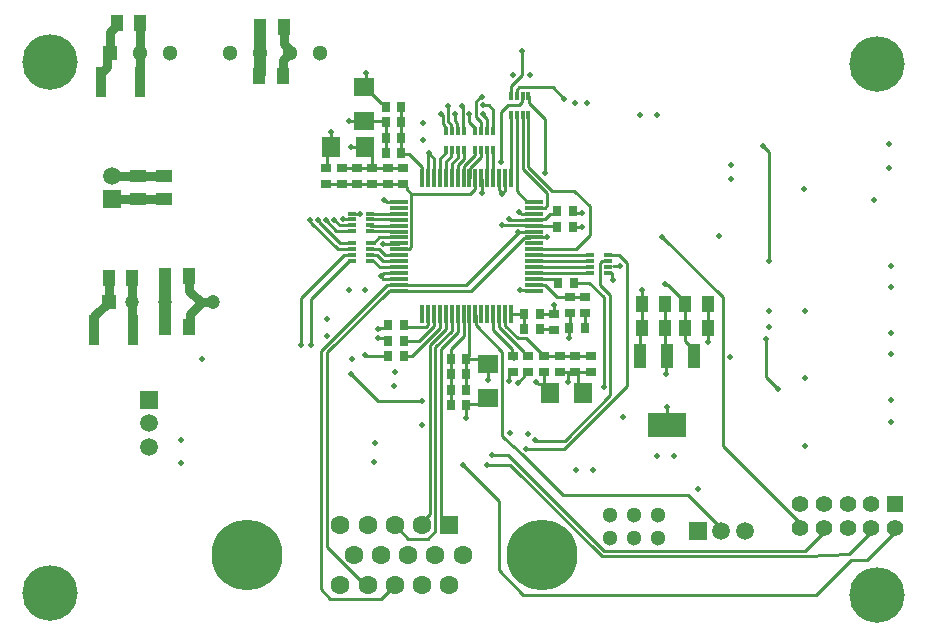
<source format=gbl>
G04*
G04 #@! TF.GenerationSoftware,Altium Limited,Altium Designer,23.11.1 (41)*
G04*
G04 Layer_Physical_Order=4*
G04 Layer_Color=16711680*
%FSLAX43Y43*%
%MOMM*%
G71*
G04*
G04 #@! TF.SameCoordinates,7BC64366-9C4D-408C-9FF9-50DFB5F98349*
G04*
G04*
G04 #@! TF.FilePolarity,Positive*
G04*
G01*
G75*
%ADD11C,0.250*%
%ADD30C,1.400*%
%ADD32C,1.600*%
%ADD34R,1.600X1.600*%
%ADD35C,1.500*%
%ADD36R,1.500X1.500*%
%ADD39C,1.300*%
%ADD44R,0.800X0.900*%
%ADD45R,0.900X0.800*%
%ADD52C,0.800*%
%ADD53C,6.000*%
%ADD54R,1.300X1.300*%
%ADD55R,1.500X1.500*%
%ADD56R,1.400X1.400*%
%ADD57C,4.700*%
%ADD58R,1.200X1.200*%
%ADD59C,1.200*%
%ADD60C,0.500*%
%ADD61R,0.900X2.500*%
%ADD62R,1.600X1.800*%
%ADD63R,0.300X0.800*%
%ADD64R,0.800X0.300*%
%ADD65R,0.300X1.500*%
%ADD66R,1.500X0.300*%
%ADD67R,1.000X1.400*%
%ADD68R,1.100X2.000*%
%ADD69R,3.300X2.000*%
%ADD70R,1.800X1.600*%
%ADD71R,1.400X1.000*%
%ADD72C,1.000*%
D11*
X41525Y35255D02*
Y38775D01*
X41270Y35000D02*
X41525Y35255D01*
X41275Y35000D02*
X42632D01*
X41275Y33700D02*
Y35000D01*
X42632D02*
X43075Y34557D01*
X62970Y20530D02*
X63200Y20300D01*
X61073Y22427D02*
X62970Y20530D01*
X60027Y23473D02*
X61073Y22427D01*
X49414Y23473D02*
X60027D01*
X46062Y26825D02*
X49414Y23473D01*
X44000Y17100D02*
Y23000D01*
Y17100D02*
X46060Y15040D01*
X70876D01*
X41000Y26000D02*
X44000Y23000D01*
X75183Y17983D02*
X77900Y20700D01*
X70876Y15040D02*
X73820Y17983D01*
X75183D01*
X70119Y18283D02*
X73633Y18433D01*
X75900Y20700D01*
X41000Y26000D02*
Y26000D01*
X44761Y26875D02*
X52904Y18733D01*
X43000Y26000D02*
X45000D01*
X52717Y18283D01*
X43435Y26875D02*
X44761D01*
X52717Y18283D02*
X70119D01*
X52904Y18733D02*
X69933D01*
X71900Y20700D01*
X44325Y28435D02*
X44471Y28289D01*
X44325Y28539D02*
X44325Y28435D01*
X44471Y28289D02*
X46062Y26825D01*
X44325Y28539D02*
Y35575D01*
X46303Y27397D02*
X49572D01*
X46300Y27400D02*
X46303Y27397D01*
X58325Y41252D02*
X59377Y40200D01*
X58148Y41252D02*
X58325D01*
X58100Y41300D02*
X58148Y41252D01*
X59377Y40200D02*
X59377D01*
X59752Y39825D01*
Y37600D02*
Y39825D01*
X46175Y35495D02*
Y35554D01*
X45984Y35745D02*
Y35753D01*
X45794Y35943D02*
X45984Y35753D01*
X45786Y35943D02*
X45794D01*
X46450Y35220D02*
X46500D01*
X45984Y35745D02*
X46175Y35554D01*
Y35495D02*
X46450Y35220D01*
X44050Y37679D02*
X45786Y35943D01*
X50687Y32595D02*
X51182Y32100D01*
X50687Y32595D02*
Y33718D01*
X50500Y33905D02*
X50687Y33718D01*
X49850Y33905D02*
X50500D01*
X46175Y33625D02*
X46230Y33680D01*
X46175Y33555D02*
Y33625D01*
X45600Y32980D02*
X46175Y33555D01*
X46230Y33680D02*
X46575D01*
X41270Y31150D02*
X42538D01*
X43075Y31687D01*
X41270Y29995D02*
Y31150D01*
X29523Y46544D02*
Y46582D01*
X29399Y46706D02*
X29523Y46582D01*
X29399Y46706D02*
Y46774D01*
X30269Y45799D02*
X31549D01*
X29523Y46544D02*
X30269Y45799D01*
X28135Y46530D02*
X30366Y44300D01*
X31550D01*
X28778Y46555D02*
X30533Y44800D01*
X31550D01*
X30794Y46875D02*
X30861D01*
X30911Y46825D01*
X31525D01*
X31550Y46800D01*
X30098Y46752D02*
X30551Y46300D01*
X30098Y46752D02*
Y46795D01*
X30551Y46300D02*
X31550D01*
X32695Y52925D02*
X33300Y52320D01*
Y51150D02*
Y52320D01*
X32000Y51150D02*
X32713D01*
X30700D02*
X32000D01*
X32717D02*
X33300D01*
X53325Y43775D02*
X54225D01*
X54879Y32704D02*
Y43121D01*
X54225Y43775D02*
X54879Y43121D01*
X53650Y42825D02*
X54304D01*
X42100Y55462D02*
Y56788D01*
X42723Y56452D02*
X43176D01*
X42675Y56500D02*
X42723Y56452D01*
X42100Y56788D02*
X42400Y57088D01*
X40948Y56194D02*
Y56371D01*
X40950Y54989D02*
Y56192D01*
X42675Y55632D02*
X43025Y55282D01*
X41499Y55699D02*
X41525Y55724D01*
X42100Y55462D02*
X42525Y55037D01*
X40900Y56419D02*
X40948Y56371D01*
X43025Y54300D02*
Y55282D01*
X42525Y54300D02*
Y55037D01*
X40948Y56194D02*
X40950Y56192D01*
X41499Y55076D02*
Y55699D01*
X42675Y55632D02*
Y55700D01*
X41000Y54325D02*
Y54939D01*
X40950Y54989D02*
X41000Y54939D01*
X41740Y51350D02*
X42518Y52127D01*
Y52693D02*
X42525Y52700D01*
X41740Y51350D02*
X41740D01*
X42518Y52127D02*
Y52693D01*
X41550Y51160D02*
X41740Y51350D01*
X42000Y52246D02*
Y52675D01*
X41050Y51296D02*
X42000Y52246D01*
Y52675D02*
X42025Y52700D01*
X41050Y50300D02*
Y51296D01*
X34200Y44725D02*
X34225Y44750D01*
X34337Y43775D02*
X35525D01*
X34225Y44750D02*
X35500D01*
X33175Y44275D02*
X33837D01*
X35500Y44750D02*
X35525Y44775D01*
X34200Y43275D02*
X35525D01*
X33900Y45300D02*
X35500D01*
X33425Y44825D02*
X33900Y45300D01*
X33175Y43775D02*
X33700D01*
X33837Y44275D02*
X34337Y43775D01*
X33700D02*
X34200Y43275D01*
X44971Y33680D02*
X45275D01*
X44915Y33623D02*
X44971Y33680D01*
X44915Y33118D02*
Y33623D01*
X42050Y37850D02*
X44325Y35575D01*
X45600Y32975D02*
Y32980D01*
X42000Y54325D02*
Y54575D01*
Y54325D02*
X42025Y54300D01*
X41499Y55076D02*
X42000Y54575D01*
X57850Y45350D02*
X63000Y40200D01*
Y27600D02*
Y40200D01*
X46525Y51211D02*
X48536Y49200D01*
X46525Y51211D02*
Y55650D01*
X29500Y51225D02*
Y52600D01*
X29400Y51125D02*
X29500Y51225D01*
Y52600D02*
X29825Y52925D01*
Y54200D01*
X32800Y58075D02*
Y59200D01*
X32725Y58000D02*
X32800Y58075D01*
X27300Y36200D02*
Y40137D01*
X30938Y43775D01*
X28100Y40100D02*
X31300Y43300D01*
X28100Y36200D02*
Y40100D01*
X35970Y35250D02*
X36632D01*
X39025Y37643D01*
X50550Y33905D02*
X51800D01*
X47100Y28100D02*
X47121Y28079D01*
X49604D01*
X53457Y31932D01*
X49572Y27397D02*
X54879Y32704D01*
X34550Y41250D02*
X35500D01*
X28925Y35625D02*
X34550Y41250D01*
X35500Y40750D02*
X35525Y40775D01*
X34687Y40750D02*
X35500D01*
X29475Y35538D02*
X34687Y40750D01*
X33842Y37525D02*
X33914Y37597D01*
X33775Y37525D02*
X33842D01*
X34397Y37597D02*
X34650Y37850D01*
X33914Y37597D02*
X34397D01*
X35970Y37850D02*
X36120Y37700D01*
X37810D01*
X39950Y35825D02*
X41025Y36900D01*
X39950Y33700D02*
Y35000D01*
X35975Y36550D02*
X37296D01*
X39550Y37531D02*
Y38750D01*
X41025Y36900D02*
Y38775D01*
X39025Y37643D02*
Y38775D01*
X39950Y35000D02*
Y35825D01*
X38500Y37754D02*
Y38750D01*
X38200Y21867D02*
Y36181D01*
X37296Y36550D02*
X38500Y37754D01*
X40525Y37233D02*
Y38775D01*
X38200Y36181D02*
X39550Y37531D01*
X40025Y37370D02*
Y38775D01*
X38000Y37890D02*
Y38750D01*
X39950Y32400D02*
Y33700D01*
Y31100D02*
Y32400D01*
X38000Y38750D02*
X38025Y38775D01*
X38650Y35995D02*
X40025Y37370D01*
X37810Y37700D02*
X38000Y37890D01*
X38650Y20400D02*
Y35995D01*
X39100Y21726D02*
Y35808D01*
X40525Y37233D01*
X50270Y47350D02*
X51050D01*
X32732Y35360D02*
X32818Y35275D01*
X34625D01*
X34455Y36750D02*
X34655Y36550D01*
X33776Y36750D02*
X34455D01*
X31525Y33675D02*
X33800Y31400D01*
X37500D01*
X63000Y27600D02*
X69900Y20700D01*
X31300Y43300D02*
X31550D01*
X47637Y32875D02*
X47925Y32587D01*
X48312Y32200D01*
X47875Y32537D02*
Y33905D01*
X52882Y32575D02*
Y40218D01*
X51675Y41425D02*
X52882Y40218D01*
X50370Y41425D02*
X51675D01*
X52575Y41275D02*
Y42575D01*
X53457Y31932D02*
Y40393D01*
X52575Y41275D02*
X53457Y40393D01*
X46550Y56700D02*
X47925Y55325D01*
Y50725D02*
Y55325D01*
X46525Y57250D02*
X46550Y57225D01*
Y56700D02*
Y57225D01*
X43525Y54300D02*
Y56103D01*
X43176Y56452D02*
X43525Y56103D01*
X42400Y57088D02*
X42416D01*
X42527Y57199D01*
X42595D01*
X39725Y55110D02*
Y56425D01*
X39750Y56450D01*
X46355Y36725D02*
X47550Y35530D01*
X44550Y37815D02*
X45640Y36725D01*
X46355D01*
X43525Y37475D02*
X45153Y35847D01*
Y35122D02*
Y35847D01*
Y35122D02*
X45275Y35000D01*
X44050Y37679D02*
Y38750D01*
X44025Y38775D02*
X44050Y38750D01*
X43525Y37475D02*
Y38775D01*
X44550Y37815D02*
Y38750D01*
X47550Y35500D02*
X47825Y35225D01*
X47875D01*
X49200D01*
X47550Y35500D02*
Y35530D01*
X42050Y37850D02*
Y38750D01*
X47150Y33025D02*
X47218D01*
X47368Y32875D02*
X47637D01*
X47218Y33025D02*
X47368Y32875D01*
X48312Y32100D02*
Y32200D01*
X52575Y42575D02*
X52575Y42575D01*
X52575Y43085D02*
X52765Y43275D01*
X52575Y42575D02*
Y43085D01*
X52902Y43275D02*
X52902Y43275D01*
X52765Y43275D02*
X52902D01*
X61750Y36425D02*
Y37598D01*
X61752Y37600D01*
X31549Y45799D02*
X31550Y45800D01*
X66625Y33475D02*
X67650Y32450D01*
X66625Y33475D02*
Y36675D01*
X60527Y35275D02*
Y35725D01*
X59752Y36500D02*
Y37600D01*
Y36500D02*
X60527Y35725D01*
X61752Y37600D02*
Y39625D01*
X58127Y35375D02*
Y37600D01*
X56100Y39652D02*
X56127Y39625D01*
X58127Y37600D02*
Y39625D01*
X56100Y39652D02*
Y40800D01*
X58127Y35375D02*
X58227Y35275D01*
X56127Y37600D02*
Y39625D01*
X55927Y35275D02*
Y37400D01*
X56127Y37600D01*
X58227Y29375D02*
X58275Y29423D01*
Y30925D01*
X58200Y35248D02*
X58227Y35275D01*
X58200Y33675D02*
Y35248D01*
X30938Y43775D02*
X31525D01*
X31550Y43800D01*
X31550Y47300D02*
X32300D01*
X32665Y35360D02*
X32732D01*
X53550Y42300D02*
X53575Y42275D01*
Y41818D02*
Y42275D01*
X53675Y41650D02*
Y41718D01*
X53575Y41818D02*
X53675Y41718D01*
X36225Y49350D02*
X36600Y48975D01*
X35900Y49830D02*
X35950D01*
X36225Y49555D01*
Y49350D02*
Y49555D01*
X36600Y48975D02*
X41585D01*
X34600Y49805D02*
X35750D01*
X32000D02*
X33300D01*
X30700D02*
X32000D01*
X29400D02*
X30700D01*
X33300D02*
X34600D01*
X41585Y48975D02*
X42000Y49390D01*
X35750Y49805D02*
X35875D01*
X48600Y57975D02*
X49575Y57000D01*
X47910Y46800D02*
X48343Y47234D01*
X48834D01*
X48950Y47350D01*
X47025Y46775D02*
X47050Y46800D01*
X47773D02*
X47773Y46800D01*
X47050Y46800D02*
X47773D01*
X47773Y46800D02*
X47910D01*
X45068Y46775D02*
X47025D01*
X47910Y47800D02*
X48100Y47990D01*
X47050Y47800D02*
X47910D01*
X48100Y47990D02*
Y49000D01*
X46025Y51075D02*
X48100Y49000D01*
X46025Y51075D02*
Y55650D01*
X48536Y49200D02*
X50400D01*
X44307Y46293D02*
X44313Y46300D01*
X45407D01*
X49200Y33905D02*
X49850D01*
Y33050D02*
Y33905D01*
X44500Y49243D02*
Y50250D01*
X44300Y49043D02*
X44500Y49243D01*
Y50250D02*
X44525Y50275D01*
X44300Y48975D02*
Y49043D01*
X44050Y49293D02*
Y50250D01*
Y49293D02*
X44300Y49043D01*
X41217Y41275D02*
X45695Y45753D01*
X35525Y41275D02*
X41217D01*
X45695Y45753D02*
X47003D01*
X46063Y46300D02*
X47000D01*
X46057Y46306D02*
X46063Y46300D01*
X45810Y47401D02*
X45935Y47275D01*
X47025D01*
X45412Y46306D02*
X46057D01*
X44968Y46875D02*
X45068Y46775D01*
X44900Y46875D02*
X44968D01*
X45742Y47401D02*
X45810D01*
X45407Y46300D02*
X45412Y46306D01*
X47003Y45753D02*
X47025Y45775D01*
X47000Y46300D02*
X47025Y46275D01*
X48875D01*
X50270Y46200D02*
X51025D01*
X51050Y46175D01*
X53300Y42300D02*
X53550D01*
X32595Y55100D02*
X32625Y55130D01*
X31350Y55100D02*
X32595D01*
X32625Y58000D02*
X32725D01*
X34430Y56350D02*
Y56400D01*
X32725Y58000D02*
X34050Y56675D01*
X34155D01*
X34430Y56400D01*
X43075Y33225D02*
X43125Y33175D01*
X43075Y33225D02*
Y34557D01*
X34625Y35275D02*
X34650Y35250D01*
X34225Y41775D02*
X35525D01*
X34007Y41993D02*
X34225Y41775D01*
X34007Y42026D02*
X34255Y42275D01*
X34007Y41993D02*
Y42026D01*
X34255Y42275D02*
X35525D01*
X45975Y59037D02*
Y61100D01*
X45030Y58091D02*
X45975Y59037D01*
X45030Y57255D02*
Y58091D01*
X41250Y29975D02*
X41270Y29995D01*
X29475Y19049D02*
Y35538D01*
Y19049D02*
X32699Y15825D01*
X32900D01*
X29700Y14700D02*
X34075D01*
X28925Y15475D02*
X29700Y14700D01*
X28925Y15475D02*
Y35625D01*
X35500Y41250D02*
X35525Y41275D01*
X34075Y14700D02*
X35200Y15825D01*
X40325Y55812D02*
X40346Y55791D01*
X39150Y55732D02*
X39275Y55607D01*
X39150Y55732D02*
Y55800D01*
X39725Y55110D02*
X40000Y54835D01*
X39275Y54923D02*
Y55607D01*
X40346Y55125D02*
Y55791D01*
X39500Y54325D02*
Y54698D01*
X39275Y54923D02*
X39500Y54698D01*
Y54325D02*
X39525Y54300D01*
X40500Y54325D02*
Y54971D01*
X40346Y55125D02*
X40500Y54971D01*
X51700Y45450D02*
Y47900D01*
X50400Y49200D02*
X51700Y47900D01*
X50550Y44300D02*
X51700Y45450D01*
X34537Y48275D02*
X35525D01*
X34275Y48475D02*
X34337D01*
X34537Y48275D01*
X35500Y45800D02*
X35525Y45775D01*
X35500Y45300D02*
X35525Y45275D01*
X33425Y45800D02*
X33425Y45800D01*
X33150Y45800D02*
X33425D01*
X33425Y45800D02*
X35500D01*
X33175Y44825D02*
X33425D01*
X33150Y44800D02*
X33175Y44825D01*
X36600Y44490D02*
Y48975D01*
X36410Y44300D02*
X36600Y44490D01*
X35525Y44275D02*
X35550Y44300D01*
X36410D01*
X41000Y54325D02*
X41025Y54300D01*
X40000Y54325D02*
Y54835D01*
Y54325D02*
X40025Y54300D01*
X40500Y54325D02*
X40525Y54300D01*
X40025Y51544D02*
X40525Y52044D01*
X40025Y50275D02*
Y51544D01*
X39550Y50300D02*
Y51705D01*
X40000Y52155D01*
X39025Y50275D02*
Y51950D01*
X39500Y52425D01*
X43525Y50275D02*
Y52700D01*
X43025Y50275D02*
Y52700D01*
X43025Y50275D02*
X43025Y50275D01*
X41550Y50300D02*
Y51160D01*
X40550Y51432D02*
X41025Y51907D01*
X40000Y52675D02*
X40025Y52700D01*
X40550Y51023D02*
Y51432D01*
X41525Y50275D02*
X41550Y50300D01*
X41025Y51907D02*
Y52700D01*
X40525Y52044D02*
Y52700D01*
X40000Y52155D02*
Y52675D01*
X41025Y50275D02*
X41050Y50300D01*
X39500Y52425D02*
Y52675D01*
X39525Y52700D01*
X40550Y51023D02*
X40550Y51023D01*
X40525Y50275D02*
X40550Y50300D01*
Y51023D01*
X39525Y50275D02*
X39550Y50300D01*
X39025Y50275D02*
X39025Y50275D01*
X36400Y52375D02*
X37525Y51250D01*
X35750Y52375D02*
X36400D01*
X37525Y50275D02*
Y51250D01*
X33925Y42775D02*
X35525D01*
X33150Y43300D02*
X33400D01*
X33925Y42775D01*
X33150Y43800D02*
X33175Y43775D01*
X33150Y44300D02*
X33175Y44275D01*
X33150Y46300D02*
X33162Y46287D01*
X35513D02*
X35525Y46275D01*
X33162Y46287D02*
X35513D01*
X34925Y46775D02*
X35525D01*
X33150Y46800D02*
X34900D01*
X34925Y46775D01*
X33162Y47287D02*
X35513D01*
X33150Y47300D02*
X33162Y47287D01*
X35513D02*
X35525Y47275D01*
X50500Y35225D02*
X51800D01*
X49200D02*
X50500D01*
X49975Y36800D02*
X49991Y36816D01*
X50050Y40200D02*
X50055Y40195D01*
X50050Y37684D02*
Y38880D01*
X51350Y37664D02*
Y38875D01*
X50055Y40195D02*
X51350D01*
X49991Y36816D02*
Y37624D01*
X48705Y37500D02*
X48725Y37480D01*
X48700Y38825D02*
Y39575D01*
X48725Y38800D02*
X48725Y38800D01*
X47025Y41275D02*
X47050Y41250D01*
X47915D01*
X45775Y40800D02*
X47000D01*
X47025Y40775D01*
Y42275D02*
X47037Y42287D01*
X49050Y41425D02*
Y41475D01*
X48750Y41775D02*
X49050Y41475D01*
X47915Y41250D02*
X48965Y40200D01*
X50050D01*
X47037Y42287D02*
X51688D01*
X51700Y42300D01*
X47025Y41775D02*
X48750D01*
X47490Y38800D02*
X48725D01*
X46170Y37505D02*
Y38800D01*
Y37505D02*
X46175Y37500D01*
X47495D02*
X48705D01*
X48700Y38825D02*
X48725Y38800D01*
X51311Y37624D02*
X51350Y37664D01*
X49991Y37624D02*
X50050Y37684D01*
X47025Y47775D02*
X47050Y47800D01*
X46425Y48275D02*
X47025D01*
X48875Y46275D02*
X48950Y46200D01*
X46675Y45275D02*
X48100D01*
X41665Y40775D02*
X46140Y45250D01*
X47025Y44275D02*
X47050Y44300D01*
X46600Y45250D02*
X46650Y45300D01*
X35525Y40775D02*
X41665D01*
X46140Y45250D02*
X46600D01*
X46650Y45300D02*
X46675Y45275D01*
X47025Y42775D02*
X47037Y42787D01*
X47025Y43775D02*
X47037Y43787D01*
X51450Y43300D02*
X51700D01*
X51688Y42787D02*
X51700Y42800D01*
X51688Y43787D02*
X51700Y43800D01*
X51425Y43275D02*
X51450Y43300D01*
X47037Y43787D02*
X51688D01*
X47025Y43275D02*
X51425D01*
X53050Y43275D02*
X53100Y43325D01*
X47037Y42787D02*
X51688D01*
X53300Y43800D02*
X53325Y43775D01*
X45525Y49175D02*
X46425Y48275D01*
X44232Y51636D02*
Y55867D01*
X42550Y49050D02*
Y50250D01*
X42525Y50275D02*
X42550Y50250D01*
Y49050D02*
X42575Y49025D01*
X52902Y43275D02*
X53050D01*
X45025Y50275D02*
Y55650D01*
X45525Y49175D02*
Y55650D01*
X32713Y51150D02*
X32717Y51146D01*
X42000Y50250D02*
X42025Y50275D01*
X42000Y49390D02*
Y50250D01*
X32625Y55130D02*
X34330D01*
X34435Y53725D02*
Y55025D01*
X34330Y55130D02*
X34435Y55025D01*
Y52430D02*
Y53725D01*
X31500Y52900D02*
X32670D01*
X32695Y52925D01*
X34600Y51150D02*
X35900D01*
X34430Y52425D02*
X34435Y52430D01*
X33300Y51150D02*
X34600D01*
X35750Y52375D02*
Y53725D01*
Y55025D02*
Y56350D01*
Y53725D02*
Y55025D01*
X38050Y52375D02*
X38075Y52400D01*
X38050Y50300D02*
Y52375D01*
X38525Y50275D02*
Y51950D01*
X38075Y52400D02*
X38525Y51950D01*
X35875Y49805D02*
X35900Y49830D01*
X38025Y50275D02*
X38050Y50300D01*
X66400Y53000D02*
X66850Y52550D01*
X41275Y32400D02*
Y33700D01*
X66850Y43275D02*
Y52550D01*
X39525Y38775D02*
X39550Y38750D01*
X38500D02*
X38525Y38775D01*
X39950Y35000D02*
X39950Y35000D01*
X47050Y44300D02*
X50550D01*
X42025Y38775D02*
X42050Y38750D01*
X46145Y38775D02*
X46170Y38800D01*
X45025Y38775D02*
X46145D01*
X44525D02*
X44550Y38750D01*
X36325Y19780D02*
X38030D01*
X35200Y20905D02*
X36325Y19780D01*
X38030D02*
X38650Y20400D01*
X37500Y20905D02*
Y21167D01*
X38200Y21867D01*
X39100Y21726D02*
X39125Y21701D01*
Y21580D02*
Y21701D01*
Y21580D02*
X39800Y20905D01*
X45740Y57975D02*
X48600D01*
X45025Y57250D02*
X45030Y57255D01*
X45550Y57785D02*
X45740Y57975D01*
X45550Y57275D02*
Y57785D01*
X45525Y57250D02*
X45550Y57275D01*
X44232Y55867D02*
X44815Y56450D01*
X45735D01*
X46000Y56715D01*
Y57225D01*
X46025Y57250D01*
D30*
X77545Y20677D02*
D03*
X75545D02*
D03*
X73545D02*
D03*
X75545Y22677D02*
D03*
X73545D02*
D03*
X71545D02*
D03*
X69545D02*
D03*
X71545Y20677D02*
D03*
X69545D02*
D03*
D32*
X37500Y20905D02*
D03*
X35200D02*
D03*
X32900D02*
D03*
X30600D02*
D03*
X40950Y18365D02*
D03*
X38650D02*
D03*
X36350D02*
D03*
X34050D02*
D03*
X31750D02*
D03*
X39800Y15825D02*
D03*
X37500D02*
D03*
X30600D02*
D03*
X35200D02*
D03*
X32900D02*
D03*
D34*
X39800Y20905D02*
D03*
D35*
X14375Y27550D02*
D03*
Y29550D02*
D03*
X64846Y20405D02*
D03*
X62846D02*
D03*
X11285Y50495D02*
D03*
D36*
X60846Y20405D02*
D03*
D39*
X26305Y60909D02*
D03*
X28845D02*
D03*
X23765D02*
D03*
X21225D02*
D03*
X16145D02*
D03*
X13605D02*
D03*
X55465Y21789D02*
D03*
X53465D02*
D03*
X57465D02*
D03*
Y19789D02*
D03*
X53465D02*
D03*
X55465D02*
D03*
D44*
X50273Y47505D02*
D03*
X48953D02*
D03*
X50270Y46200D02*
D03*
X48950D02*
D03*
X50370Y41425D02*
D03*
X49050D02*
D03*
X51311Y37624D02*
D03*
X49991D02*
D03*
X46175Y37500D02*
D03*
X47495D02*
D03*
X35970Y35250D02*
D03*
X34650D02*
D03*
X34655Y36550D02*
D03*
X35975D02*
D03*
X41270Y35000D02*
D03*
X39950D02*
D03*
X34435Y55025D02*
D03*
X35755D02*
D03*
X47490Y38800D02*
D03*
X46170D02*
D03*
X41275Y33700D02*
D03*
X39955D02*
D03*
X34435Y53725D02*
D03*
X35755D02*
D03*
X41275Y32400D02*
D03*
X39955D02*
D03*
X34430Y52425D02*
D03*
X35750D02*
D03*
X39950Y31100D02*
D03*
X41270D02*
D03*
X35750Y56350D02*
D03*
X34430D02*
D03*
X34650Y37850D02*
D03*
X35970D02*
D03*
D45*
X35900Y49830D02*
D03*
Y51150D02*
D03*
X34600Y49830D02*
D03*
Y51150D02*
D03*
X50050Y40200D02*
D03*
Y38880D02*
D03*
X51350Y40195D02*
D03*
Y38875D02*
D03*
X46500Y33900D02*
D03*
Y35220D02*
D03*
X45209Y35218D02*
D03*
Y33898D02*
D03*
X32000Y51145D02*
D03*
Y49825D02*
D03*
X48725Y38800D02*
D03*
Y37480D02*
D03*
X33300Y51150D02*
D03*
Y49830D02*
D03*
X50500Y33905D02*
D03*
Y35225D02*
D03*
X49200Y33905D02*
D03*
Y35225D02*
D03*
X30700Y51150D02*
D03*
Y49830D02*
D03*
X51800Y33905D02*
D03*
Y35225D02*
D03*
X47875D02*
D03*
Y33905D02*
D03*
X29400Y49805D02*
D03*
Y51125D02*
D03*
D52*
X11061Y62656D02*
X11529Y63125D01*
X11570D01*
X11061Y61003D02*
Y62656D01*
X11570Y63125D02*
X11670Y63225D01*
Y63425D01*
X26301Y60868D02*
Y61139D01*
X17775Y42032D02*
X17820Y41987D01*
Y40780D02*
X18768Y39832D01*
X19775D01*
X17820Y40780D02*
Y41987D01*
X17875Y38775D02*
X18881Y39781D01*
X17875Y37832D02*
Y38775D01*
X17775Y37732D02*
X17875Y37832D01*
X25821Y61618D02*
Y63103D01*
Y61618D02*
X26301Y61139D01*
X25721Y58903D02*
Y60288D01*
X26301Y60868D01*
X13601Y58445D02*
Y61003D01*
Y63355D01*
X11285Y48495D02*
X15685D01*
X10975Y39832D02*
Y41832D01*
X9775Y38632D02*
X10975Y39832D01*
X9725Y37432D02*
X9775Y37482D01*
Y38632D01*
X13485Y50495D02*
X15685D01*
X11285D02*
X13485D01*
X11285Y50495D02*
X11285Y50495D01*
X10811Y59715D02*
Y60753D01*
X10320Y58425D02*
Y59225D01*
X10811Y60753D02*
X11061Y61003D01*
X10320Y59225D02*
X10811Y59715D01*
X12975Y39832D02*
Y41532D01*
Y37782D02*
Y39832D01*
D53*
X47700Y18365D02*
D03*
X22700D02*
D03*
D54*
X11065Y60909D02*
D03*
D55*
X14375Y31550D02*
D03*
X11285Y48495D02*
D03*
D56*
X77545Y22677D02*
D03*
D57*
X6000Y60164D02*
D03*
X76000Y60000D02*
D03*
X6000Y15164D02*
D03*
X76000Y15000D02*
D03*
D58*
X10975Y39832D02*
D03*
D59*
X12975D02*
D03*
X15775D02*
D03*
X19775D02*
D03*
D60*
X43000Y26000D02*
D03*
X43435Y26875D02*
D03*
X41000Y26000D02*
D03*
X46300Y27400D02*
D03*
X29399Y46774D02*
D03*
X28699Y46780D02*
D03*
X30794Y46875D02*
D03*
X28000Y46738D02*
D03*
X30098Y46795D02*
D03*
X58100Y41300D02*
D03*
X54304Y42825D02*
D03*
X42675Y56500D02*
D03*
Y55700D02*
D03*
X41525Y55724D02*
D03*
X34200Y44725D02*
D03*
X60900Y24000D02*
D03*
X44915Y33118D02*
D03*
X45600Y32975D02*
D03*
X51500Y56700D02*
D03*
X32800Y59200D02*
D03*
X17100Y26200D02*
D03*
Y28100D02*
D03*
X46475Y28675D02*
D03*
X47100Y28100D02*
D03*
X33776Y36750D02*
D03*
X31600Y35000D02*
D03*
X33775Y37525D02*
D03*
X29500Y38400D02*
D03*
X28100Y36200D02*
D03*
X27300D02*
D03*
X33500Y27900D02*
D03*
X37500Y29400D02*
D03*
Y31400D02*
D03*
X33438Y26275D02*
D03*
X50575Y25550D02*
D03*
X52000Y25575D02*
D03*
X69950Y27650D02*
D03*
X29444Y36956D02*
D03*
X31300Y40800D02*
D03*
X32700D02*
D03*
X42595Y57199D02*
D03*
X39750Y56419D02*
D03*
X47150Y33025D02*
D03*
X63575Y35125D02*
D03*
X61750Y36425D02*
D03*
X66625Y36675D02*
D03*
X34007Y41993D02*
D03*
X35175Y32700D02*
D03*
X35200Y33925D02*
D03*
X31525Y33675D02*
D03*
X58875Y26775D02*
D03*
X57450Y26800D02*
D03*
X56100Y40800D02*
D03*
X58200Y33675D02*
D03*
X58275Y30925D02*
D03*
X32300Y47300D02*
D03*
X75800Y48475D02*
D03*
X32665Y35360D02*
D03*
X54500Y30100D02*
D03*
X52882Y32575D02*
D03*
X53675Y41650D02*
D03*
X45000Y28700D02*
D03*
X49575Y57000D02*
D03*
X44307Y46293D02*
D03*
X47925Y50725D02*
D03*
X49850Y33050D02*
D03*
X44300Y48975D02*
D03*
X18875Y35000D02*
D03*
X45673Y45731D02*
D03*
X45742Y47401D02*
D03*
X44900Y46875D02*
D03*
X51050Y47350D02*
D03*
X62660Y45425D02*
D03*
X77200Y29675D02*
D03*
Y35400D02*
D03*
X51050Y46175D02*
D03*
X31350Y55100D02*
D03*
X63715Y50187D02*
D03*
X57850Y45350D02*
D03*
X43125Y33175D02*
D03*
X77075Y51175D02*
D03*
Y53225D02*
D03*
X77225Y41100D02*
D03*
X77200Y31500D02*
D03*
Y37225D02*
D03*
X77225Y42900D02*
D03*
X50500Y56625D02*
D03*
X45975Y61100D02*
D03*
X46625Y59050D02*
D03*
X41250Y29975D02*
D03*
X40900Y56419D02*
D03*
X40325Y55724D02*
D03*
X39150D02*
D03*
X34275Y48475D02*
D03*
X45175Y59050D02*
D03*
X37575Y54925D02*
D03*
Y53550D02*
D03*
X45775Y40800D02*
D03*
X31500Y52900D02*
D03*
X48100Y45275D02*
D03*
X63700Y51375D02*
D03*
X42575Y49025D02*
D03*
X29825Y54200D02*
D03*
X55995Y55650D02*
D03*
X57445Y55625D02*
D03*
X69825Y49350D02*
D03*
X66850Y43275D02*
D03*
X69950Y39050D02*
D03*
X66875Y37700D02*
D03*
Y39017D02*
D03*
X69950Y33350D02*
D03*
X67650Y32450D02*
D03*
X44232Y51636D02*
D03*
X38075Y52400D02*
D03*
X48700Y39575D02*
D03*
X49975Y36800D02*
D03*
X66400Y53000D02*
D03*
D61*
X13025Y37432D02*
D03*
X9725D02*
D03*
X13620Y58425D02*
D03*
X10320D02*
D03*
D62*
X29825Y52925D02*
D03*
X32695D02*
D03*
X48312Y32100D02*
D03*
X51182D02*
D03*
D63*
X41025Y52700D02*
D03*
X40525D02*
D03*
X40025D02*
D03*
X39525D02*
D03*
X41025Y54300D02*
D03*
X40525D02*
D03*
X40025D02*
D03*
X39525D02*
D03*
X42025D02*
D03*
X42525D02*
D03*
X43025D02*
D03*
X43525D02*
D03*
X42025Y52700D02*
D03*
X42525D02*
D03*
X43025D02*
D03*
X43525D02*
D03*
X45025Y57250D02*
D03*
X45525D02*
D03*
X46025D02*
D03*
X46525D02*
D03*
X45025Y55650D02*
D03*
X45525D02*
D03*
X46025D02*
D03*
X46525D02*
D03*
D64*
X51700Y42300D02*
D03*
Y42800D02*
D03*
Y43300D02*
D03*
Y43800D02*
D03*
X53300Y42300D02*
D03*
Y42800D02*
D03*
Y43300D02*
D03*
Y43800D02*
D03*
X31550Y43300D02*
D03*
Y43800D02*
D03*
Y44300D02*
D03*
Y44800D02*
D03*
X33150Y43300D02*
D03*
Y43800D02*
D03*
Y44300D02*
D03*
Y44800D02*
D03*
X31550Y45800D02*
D03*
Y46300D02*
D03*
Y46800D02*
D03*
Y47300D02*
D03*
X33150Y45800D02*
D03*
Y46300D02*
D03*
Y46800D02*
D03*
Y47300D02*
D03*
D65*
X45025Y50275D02*
D03*
X44525D02*
D03*
X44025D02*
D03*
X43525D02*
D03*
X43025D02*
D03*
X42525D02*
D03*
X42025D02*
D03*
X40525D02*
D03*
X41525D02*
D03*
X41025D02*
D03*
X39525D02*
D03*
X39025D02*
D03*
X38525D02*
D03*
X38025D02*
D03*
X37525D02*
D03*
X45025Y38775D02*
D03*
X44525D02*
D03*
X44025D02*
D03*
X43525D02*
D03*
X43025D02*
D03*
X42525D02*
D03*
X42025D02*
D03*
X40525D02*
D03*
X41525D02*
D03*
X41025D02*
D03*
X39525D02*
D03*
X39025D02*
D03*
X38525D02*
D03*
X38025D02*
D03*
X37525D02*
D03*
X40025Y50275D02*
D03*
Y38775D02*
D03*
D66*
X35525Y48275D02*
D03*
Y47775D02*
D03*
Y47275D02*
D03*
Y46775D02*
D03*
Y46275D02*
D03*
Y45775D02*
D03*
Y43775D02*
D03*
Y43275D02*
D03*
Y42775D02*
D03*
Y42275D02*
D03*
Y41775D02*
D03*
Y41275D02*
D03*
Y40775D02*
D03*
Y44775D02*
D03*
Y44275D02*
D03*
X47025Y48275D02*
D03*
Y47775D02*
D03*
Y47275D02*
D03*
Y46775D02*
D03*
Y46275D02*
D03*
Y45775D02*
D03*
Y43775D02*
D03*
Y43275D02*
D03*
Y42775D02*
D03*
Y42275D02*
D03*
Y41775D02*
D03*
Y41275D02*
D03*
Y40775D02*
D03*
Y44775D02*
D03*
Y44275D02*
D03*
X35525Y45275D02*
D03*
X47025D02*
D03*
D67*
X56127Y37600D02*
D03*
X58127D02*
D03*
X61752Y39625D02*
D03*
X59752D02*
D03*
X56127D02*
D03*
X58127D02*
D03*
X61752Y37600D02*
D03*
X59752D02*
D03*
X11670Y63425D02*
D03*
X13670D02*
D03*
X10975Y41832D02*
D03*
X12975D02*
D03*
X25721Y58903D02*
D03*
X23721D02*
D03*
X17775Y37732D02*
D03*
X15775D02*
D03*
X25821Y63103D02*
D03*
X23821D02*
D03*
X17775Y42032D02*
D03*
X15775D02*
D03*
D68*
X60527Y35275D02*
D03*
X58227D02*
D03*
X55927D02*
D03*
D69*
X58227Y29375D02*
D03*
D70*
X43075Y34557D02*
D03*
Y31687D02*
D03*
X32625Y58000D02*
D03*
Y55130D02*
D03*
D71*
X13485Y50495D02*
D03*
Y48495D02*
D03*
X15685Y50495D02*
D03*
Y48495D02*
D03*
D72*
X23761Y59143D02*
Y61003D01*
X15775Y39832D02*
Y41732D01*
Y38032D02*
Y39832D01*
X23821Y61144D02*
Y63103D01*
M02*

</source>
